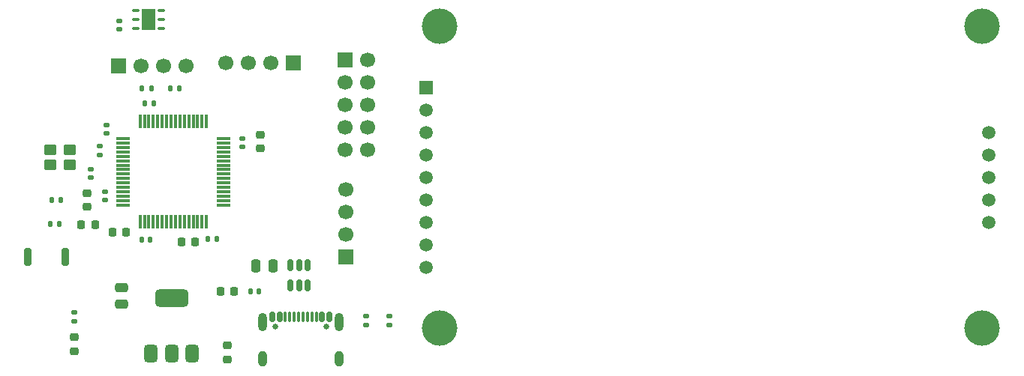
<source format=gbr>
%TF.GenerationSoftware,KiCad,Pcbnew,9.0.4*%
%TF.CreationDate,2025-11-14T09:23:00+05:30*%
%TF.ProjectId,stm32f446re,73746d33-3266-4343-9436-72652e6b6963,rev?*%
%TF.SameCoordinates,Original*%
%TF.FileFunction,Soldermask,Top*%
%TF.FilePolarity,Negative*%
%FSLAX46Y46*%
G04 Gerber Fmt 4.6, Leading zero omitted, Abs format (unit mm)*
G04 Created by KiCad (PCBNEW 9.0.4) date 2025-11-14 09:23:00*
%MOMM*%
%LPD*%
G01*
G04 APERTURE LIST*
G04 Aperture macros list*
%AMRoundRect*
0 Rectangle with rounded corners*
0 $1 Rounding radius*
0 $2 $3 $4 $5 $6 $7 $8 $9 X,Y pos of 4 corners*
0 Add a 4 corners polygon primitive as box body*
4,1,4,$2,$3,$4,$5,$6,$7,$8,$9,$2,$3,0*
0 Add four circle primitives for the rounded corners*
1,1,$1+$1,$2,$3*
1,1,$1+$1,$4,$5*
1,1,$1+$1,$6,$7*
1,1,$1+$1,$8,$9*
0 Add four rect primitives between the rounded corners*
20,1,$1+$1,$2,$3,$4,$5,0*
20,1,$1+$1,$4,$5,$6,$7,0*
20,1,$1+$1,$6,$7,$8,$9,0*
20,1,$1+$1,$8,$9,$2,$3,0*%
G04 Aperture macros list end*
%ADD10RoundRect,0.140000X0.140000X0.170000X-0.140000X0.170000X-0.140000X-0.170000X0.140000X-0.170000X0*%
%ADD11RoundRect,0.135000X0.135000X0.185000X-0.135000X0.185000X-0.135000X-0.185000X0.135000X-0.185000X0*%
%ADD12RoundRect,0.225000X-0.250000X0.225000X-0.250000X-0.225000X0.250000X-0.225000X0.250000X0.225000X0*%
%ADD13RoundRect,0.250000X0.475000X-0.250000X0.475000X0.250000X-0.475000X0.250000X-0.475000X-0.250000X0*%
%ADD14RoundRect,0.140000X-0.170000X0.140000X-0.170000X-0.140000X0.170000X-0.140000X0.170000X0.140000X0*%
%ADD15R,1.700000X1.700000*%
%ADD16C,1.700000*%
%ADD17RoundRect,0.375000X0.375000X-0.625000X0.375000X0.625000X-0.375000X0.625000X-0.375000X-0.625000X0*%
%ADD18RoundRect,0.500000X1.400000X-0.500000X1.400000X0.500000X-1.400000X0.500000X-1.400000X-0.500000X0*%
%ADD19RoundRect,0.218750X0.218750X0.256250X-0.218750X0.256250X-0.218750X-0.256250X0.218750X-0.256250X0*%
%ADD20RoundRect,0.140000X0.170000X-0.140000X0.170000X0.140000X-0.170000X0.140000X-0.170000X-0.140000X0*%
%ADD21RoundRect,0.135000X-0.135000X-0.185000X0.135000X-0.185000X0.135000X0.185000X-0.135000X0.185000X0*%
%ADD22RoundRect,0.225000X-0.225000X-0.250000X0.225000X-0.250000X0.225000X0.250000X-0.225000X0.250000X0*%
%ADD23C,0.650000*%
%ADD24RoundRect,0.150000X-0.150000X-0.425000X0.150000X-0.425000X0.150000X0.425000X-0.150000X0.425000X0*%
%ADD25RoundRect,0.075000X-0.075000X-0.500000X0.075000X-0.500000X0.075000X0.500000X-0.075000X0.500000X0*%
%ADD26O,1.000000X2.100000*%
%ADD27O,1.000000X1.800000*%
%ADD28RoundRect,0.218750X0.256250X-0.218750X0.256250X0.218750X-0.256250X0.218750X-0.256250X-0.218750X0*%
%ADD29RoundRect,0.135000X-0.185000X0.135000X-0.185000X-0.135000X0.185000X-0.135000X0.185000X0.135000X0*%
%ADD30RoundRect,0.135000X0.185000X-0.135000X0.185000X0.135000X-0.185000X0.135000X-0.185000X-0.135000X0*%
%ADD31RoundRect,0.100000X0.300000X0.100000X-0.300000X0.100000X-0.300000X-0.100000X0.300000X-0.100000X0*%
%ADD32R,1.500000X2.400000*%
%ADD33RoundRect,0.225000X0.250000X-0.225000X0.250000X0.225000X-0.250000X0.225000X-0.250000X-0.225000X0*%
%ADD34C,4.000000*%
%ADD35R,1.500000X1.500000*%
%ADD36C,1.500000*%
%ADD37RoundRect,0.218750X-0.218750X-0.256250X0.218750X-0.256250X0.218750X0.256250X-0.218750X0.256250X0*%
%ADD38RoundRect,0.140000X-0.140000X-0.170000X0.140000X-0.170000X0.140000X0.170000X-0.140000X0.170000X0*%
%ADD39RoundRect,0.150000X0.150000X-0.512500X0.150000X0.512500X-0.150000X0.512500X-0.150000X-0.512500X0*%
%ADD40RoundRect,0.147500X-0.147500X-0.172500X0.147500X-0.172500X0.147500X0.172500X-0.147500X0.172500X0*%
%ADD41RoundRect,0.200000X-0.200000X-0.800000X0.200000X-0.800000X0.200000X0.800000X-0.200000X0.800000X0*%
%ADD42RoundRect,0.250000X0.250000X0.475000X-0.250000X0.475000X-0.250000X-0.475000X0.250000X-0.475000X0*%
%ADD43RoundRect,0.075000X-0.700000X-0.075000X0.700000X-0.075000X0.700000X0.075000X-0.700000X0.075000X0*%
%ADD44RoundRect,0.075000X-0.075000X-0.700000X0.075000X-0.700000X0.075000X0.700000X-0.075000X0.700000X0*%
%ADD45RoundRect,0.250000X0.450000X0.350000X-0.450000X0.350000X-0.450000X-0.350000X0.450000X-0.350000X0*%
G04 APERTURE END LIST*
D10*
%TO.C,C2*%
X81580000Y-74100000D03*
X80620000Y-74100000D03*
%TD*%
D11*
%TO.C,R4*%
X84910000Y-57000000D03*
X83890000Y-57000000D03*
%TD*%
D12*
%TO.C,C5*%
X94000000Y-62225000D03*
X94000000Y-63775000D03*
%TD*%
D13*
%TO.C,C10*%
X78400000Y-81350000D03*
X78400000Y-79450000D03*
%TD*%
D14*
%TO.C,C14*%
X78100000Y-49320000D03*
X78100000Y-50280000D03*
%TD*%
D15*
%TO.C,J3*%
X77990000Y-54400000D03*
D16*
X80530000Y-54400000D03*
X83070000Y-54400000D03*
X85610000Y-54400000D03*
%TD*%
D17*
%TO.C,U2*%
X81700000Y-86950000D03*
X84000000Y-86950000D03*
D18*
X84000000Y-80650000D03*
D17*
X86300000Y-86950000D03*
%TD*%
D15*
%TO.C,J5*%
X103700000Y-75980000D03*
D16*
X103700000Y-73440000D03*
X103700000Y-70900000D03*
X103700000Y-68360000D03*
%TD*%
D19*
%TO.C,FB1*%
X75387500Y-72400000D03*
X73812500Y-72400000D03*
%TD*%
D20*
%TO.C,C6*%
X76500000Y-69580000D03*
X76500000Y-68620000D03*
%TD*%
D21*
%TO.C,R7*%
X70290000Y-72300000D03*
X71310000Y-72300000D03*
%TD*%
D22*
%TO.C,C9*%
X77325000Y-73200000D03*
X78875000Y-73200000D03*
%TD*%
D15*
%TO.C,J4*%
X103625000Y-53720000D03*
D16*
X106165000Y-53720000D03*
X103625000Y-56260000D03*
X106165000Y-56260000D03*
X103625000Y-58800000D03*
X106165000Y-58800000D03*
X103625000Y-61340000D03*
X106165000Y-61340000D03*
X103625000Y-63880000D03*
X106165000Y-63880000D03*
%TD*%
D23*
%TO.C,J1*%
X95710000Y-83885000D03*
X101490000Y-83885000D03*
D24*
X95400000Y-82810000D03*
X96200000Y-82810000D03*
D25*
X97350000Y-82810000D03*
X98350000Y-82810000D03*
X98850000Y-82810000D03*
X99850000Y-82810000D03*
D24*
X101000000Y-82810000D03*
X101800000Y-82810000D03*
X101800000Y-82810000D03*
X101000000Y-82810000D03*
D25*
X100350000Y-82810000D03*
X99350000Y-82810000D03*
X97850000Y-82810000D03*
X96850000Y-82810000D03*
D24*
X96200000Y-82810000D03*
X95400000Y-82810000D03*
D26*
X94280000Y-83385000D03*
D27*
X94280000Y-87565000D03*
D26*
X102920000Y-83385000D03*
D27*
X102920000Y-87565000D03*
%TD*%
D28*
%TO.C,D1*%
X73000000Y-86677500D03*
X73000000Y-85102500D03*
%TD*%
D29*
%TO.C,R1*%
X73000000Y-82280000D03*
X73000000Y-83300000D03*
%TD*%
D14*
%TO.C,C12*%
X75900000Y-63520000D03*
X75900000Y-64480000D03*
%TD*%
D30*
%TO.C,R3*%
X108600000Y-83710000D03*
X108600000Y-82690000D03*
%TD*%
D21*
%TO.C,R5*%
X80690000Y-57000000D03*
X81710000Y-57000000D03*
%TD*%
D31*
%TO.C,U4*%
X82850000Y-50200000D03*
X82850000Y-49200000D03*
X82850000Y-48200000D03*
X79950000Y-48200000D03*
X79950000Y-49200000D03*
X79950000Y-50200000D03*
D32*
X81400000Y-49200000D03*
%TD*%
D33*
%TO.C,C7*%
X90300000Y-87575000D03*
X90300000Y-86025000D03*
%TD*%
D34*
%TO.C,U5*%
X114242500Y-49950000D03*
X114242500Y-84050000D03*
X175442500Y-49950000D03*
X175442500Y-84050000D03*
D35*
X112742500Y-56840000D03*
D36*
X112742500Y-59380000D03*
X112742500Y-61920000D03*
X112742500Y-64460000D03*
X112742500Y-67000000D03*
X112742500Y-69540000D03*
X112742500Y-72080000D03*
X112742500Y-74620000D03*
X112742500Y-77160000D03*
X176262500Y-61920000D03*
X176262500Y-64460000D03*
X176262500Y-67000000D03*
X176262500Y-69540000D03*
X176262500Y-72080000D03*
%TD*%
D37*
%TO.C,FB2*%
X89512500Y-79900000D03*
X91087500Y-79900000D03*
%TD*%
D38*
%TO.C,C3*%
X88120000Y-74000000D03*
X89080000Y-74000000D03*
%TD*%
D30*
%TO.C,R2*%
X106000000Y-83710000D03*
X106000000Y-82690000D03*
%TD*%
D14*
%TO.C,C4*%
X92000000Y-62620000D03*
X92000000Y-63580000D03*
%TD*%
D33*
%TO.C,C8*%
X74500000Y-70375000D03*
X74500000Y-68825000D03*
%TD*%
D21*
%TO.C,R6*%
X80990000Y-58700000D03*
X82010000Y-58700000D03*
%TD*%
D39*
%TO.C,U3*%
X97450000Y-79237500D03*
X98400000Y-79237500D03*
X99350000Y-79237500D03*
X99350000Y-76962500D03*
X98400000Y-76962500D03*
X97450000Y-76962500D03*
%TD*%
D15*
%TO.C,J2*%
X97720000Y-54100000D03*
D16*
X95180000Y-54100000D03*
X92640000Y-54100000D03*
X90100000Y-54100000D03*
%TD*%
D40*
%TO.C,F1*%
X92915000Y-79900000D03*
X93885000Y-79900000D03*
%TD*%
D41*
%TO.C,SW1*%
X67800000Y-76000000D03*
X72000000Y-76000000D03*
%TD*%
D22*
%TO.C,C16*%
X85125000Y-74300000D03*
X86675000Y-74300000D03*
%TD*%
D42*
%TO.C,C11*%
X95450000Y-77000000D03*
X93550000Y-77000000D03*
%TD*%
D43*
%TO.C,U1*%
X78525000Y-62650000D03*
X78525000Y-63150000D03*
X78525000Y-63650000D03*
X78525000Y-64150000D03*
X78525000Y-64650000D03*
X78525000Y-65150000D03*
X78525000Y-65650000D03*
X78525000Y-66150000D03*
X78525000Y-66650000D03*
X78525000Y-67150000D03*
X78525000Y-67650000D03*
X78525000Y-68150000D03*
X78525000Y-68650000D03*
X78525000Y-69150000D03*
X78525000Y-69650000D03*
X78525000Y-70150000D03*
D44*
X80450000Y-72075000D03*
X80950000Y-72075000D03*
X81450000Y-72075000D03*
X81950000Y-72075000D03*
X82450000Y-72075000D03*
X82950000Y-72075000D03*
X83450000Y-72075000D03*
X83950000Y-72075000D03*
X84450000Y-72075000D03*
X84950000Y-72075000D03*
X85450000Y-72075000D03*
X85950000Y-72075000D03*
X86450000Y-72075000D03*
X86950000Y-72075000D03*
X87450000Y-72075000D03*
X87950000Y-72075000D03*
D43*
X89875000Y-70150000D03*
X89875000Y-69650000D03*
X89875000Y-69150000D03*
X89875000Y-68650000D03*
X89875000Y-68150000D03*
X89875000Y-67650000D03*
X89875000Y-67150000D03*
X89875000Y-66650000D03*
X89875000Y-66150000D03*
X89875000Y-65650000D03*
X89875000Y-65150000D03*
X89875000Y-64650000D03*
X89875000Y-64150000D03*
X89875000Y-63650000D03*
X89875000Y-63150000D03*
X89875000Y-62650000D03*
D44*
X87950000Y-60725000D03*
X87450000Y-60725000D03*
X86950000Y-60725000D03*
X86450000Y-60725000D03*
X85950000Y-60725000D03*
X85450000Y-60725000D03*
X84950000Y-60725000D03*
X84450000Y-60725000D03*
X83950000Y-60725000D03*
X83450000Y-60725000D03*
X82950000Y-60725000D03*
X82450000Y-60725000D03*
X81950000Y-60725000D03*
X81450000Y-60725000D03*
X80950000Y-60725000D03*
X80450000Y-60725000D03*
%TD*%
D20*
%TO.C,C1*%
X76700000Y-62080000D03*
X76700000Y-61120000D03*
%TD*%
D45*
%TO.C,Y1*%
X72500000Y-63900000D03*
X70300000Y-63900000D03*
X70300000Y-65600000D03*
X72500000Y-65600000D03*
%TD*%
D14*
%TO.C,C13*%
X74900000Y-66120000D03*
X74900000Y-67080000D03*
%TD*%
D38*
%TO.C,C15*%
X70520000Y-69600000D03*
X71480000Y-69600000D03*
%TD*%
M02*

</source>
